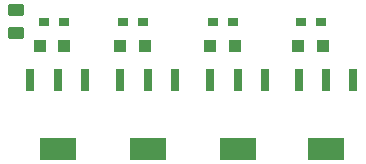
<source format=gbr>
G04 DipTrace 4.0.0.2*
G04 TopPaste.gbr*
%MOIN*%
G04 #@! TF.FileFunction,Paste,Top*
G04 #@! TF.Part,Single*
%AMOUTLINE2*
4,1,28,
-0.019545,0.021651,
0.019545,0.021651,
0.021291,0.021421,
0.022678,0.020846,
0.023869,0.019932,
0.024783,0.018741,
0.025358,0.017354,
0.025588,0.015608,
0.025588,-0.015608,
0.025358,-0.017354,
0.024783,-0.018741,
0.023869,-0.019932,
0.022678,-0.020846,
0.021291,-0.021421,
0.019545,-0.021651,
-0.019545,-0.021651,
-0.021291,-0.021421,
-0.022678,-0.020846,
-0.023869,-0.019932,
-0.024783,-0.018741,
-0.025358,-0.017354,
-0.025588,-0.015608,
-0.025588,0.015608,
-0.025358,0.017354,
-0.024783,0.018741,
-0.023869,0.019932,
-0.022678,0.020846,
-0.021291,0.021421,
-0.019545,0.021651,
0*%
%ADD39R,0.035427X0.03149*%
%ADD41R,0.039364X0.039364*%
%ADD51R,0.120073X0.076766*%
%ADD53R,0.029522X0.076766*%
%ADD61OUTLINE2*%
%FSLAX26Y26*%
G04*
G70*
G90*
G75*
G01*
G04 TopPaste*
%LPD*%
D53*
X284301Y1173547D3*
X193749D3*
X103198D3*
D51*
X193749Y945201D3*
D53*
X584301Y1173547D3*
X493749D3*
X403198D3*
D51*
X493749Y945201D3*
D53*
X884301Y1173547D3*
X793749D3*
X703198D3*
D51*
X793749Y945201D3*
D53*
X1178051Y1173547D3*
X1087500D3*
X996949D3*
D51*
X1087500Y945201D3*
D41*
X133661Y1287500D3*
X216339D3*
X402411D3*
X485088D3*
X702411D3*
X785088D3*
X996161D3*
X1078839D3*
D39*
X214714Y1368749D3*
X147785D3*
X477214Y1368750D3*
X410285Y1368749D3*
X777215Y1368750D3*
X710286Y1368749D3*
X1070965Y1368750D3*
X1004035Y1368749D3*
D61*
X56251Y1406152D3*
Y1331349D3*
M02*

</source>
